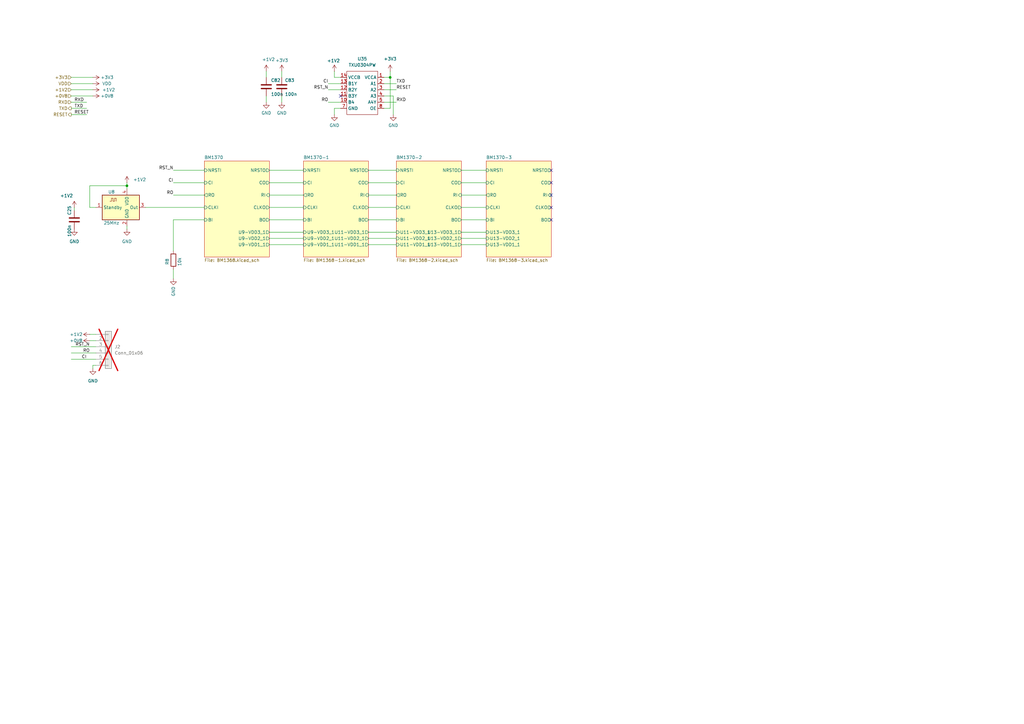
<source format=kicad_sch>
(kicad_sch (version 20231120) (generator "eeschema") (generator_version "8.0")
  (paper "A3")
  (title_block (title "BM1366 PiAxe") (date "2023-10-10") (rev "202"))
  (lib_symbols
    (symbol "+3V3_1" (power) (pin_numbers hide) (pin_names (offset 0) hide)
      (property "Value" "+3V3" (at 0 3.556 0))
      (symbol "+3V3_1_0_1"
        (polyline (pts (xy -0.762 1.27) (xy 0 2.54)))
        (polyline (pts (xy 0 0) (xy 0 2.54)))
        (polyline (pts (xy 0 2.54) (xy 0.762 1.27)))
      )
      (symbol "+3V3_1_1_1"
        (pin power_in line (at 0 0 90) (length 0) (name "~") (number "1"))
      )
    )
    (symbol "Connector_Generic:Conn_01x06" (pin_names (offset 1.016) hide)
      (property "Reference" "J" (at 0 7.62 0))
      (property "Value" "Conn_01x06" (at 0 -10.16 0))
      (symbol "Conn_01x06_1_1"
        (rectangle (start -1.27 -7.493) (end 0 -7.747) (stroke (width 0.1524)))
        (rectangle (start -1.27 -4.953) (end 0 -5.207) (stroke (width 0.1524)))
        (rectangle (start -1.27 -2.413) (end 0 -2.667) (stroke (width 0.1524)))
        (rectangle (start -1.27 0.127) (end 0 -0.127) (stroke (width 0.1524)))
        (rectangle (start -1.27 2.667) (end 0 2.413) (stroke (width 0.1524)))
        (rectangle (start -1.27 5.207) (end 0 4.953) (stroke (width 0.1524)))
        (rectangle (start -1.27 6.35) (end 1.27 -8.89) (stroke (width 0.254)) (fill (type background)))
        (pin passive line (at -5.08 5.08 0) (length 3.81) (name "Pin_1") (number "1"))
        (pin passive line (at -5.08 2.54 0) (length 3.81) (name "Pin_2") (number "2"))
        (pin passive line (at -5.08 0 0) (length 3.81) (name "Pin_3") (number "3"))
        (pin passive line (at -5.08 -2.54 0) (length 3.81) (name "Pin_4") (number "4"))
        (pin passive line (at -5.08 -5.08 0) (length 3.81) (name "Pin_5") (number "5"))
        (pin passive line (at -5.08 -7.62 0) (length 3.81) (name "Pin_6") (number "6"))
      )
    )
    (symbol "Device:C" (pin_numbers hide) (pin_names (offset 0.254))
      (property "Reference" "C" (at 0.635 2.54 0))
      (property "Value" "C" (at 0.635 -2.54 0))
      (symbol "C_0_1"
        (polyline (pts (xy -2.032 -0.762) (xy 2.032 -0.762)) (stroke (width 0.508)))
        (polyline (pts (xy -2.032 0.762) (xy 2.032 0.762)) (stroke (width 0.508)))
      )
      (symbol "C_1_1"
        (pin passive line (at 0 3.81 270) (length 2.794) (name "~") (number "1"))
        (pin passive line (at 0 -3.81 90) (length 2.794) (name "~") (number "2"))
      )
    )
    (symbol "Device:R" (pin_numbers hide) (pin_names (offset 0))
      (property "Reference" "R" (at 2.032 0 90))
      (property "Value" "R" (at 0 0 90))
      (symbol "R_0_1"
        (rectangle (start -1.016 -2.54) (end 1.016 2.54) (stroke (width 0.254)))
      )
      (symbol "R_1_1"
        (pin passive line (at 0 3.81 270) (length 1.27) (name "~") (number "1"))
        (pin passive line (at 0 -3.81 90) (length 1.27) (name "~") (number "2"))
      )
    )
    (symbol "GND_2" (power) (pin_names (offset 0))
      (property "Value" "GND_2" (at 0 -3.81 0))
      (symbol "GND_2_0_1"
        (polyline (pts (xy 0 0) (xy 0 -1.27) (xy 1.27 -1.27) (xy 0 -2.54) (xy -1.27 -1.27) (xy 0 -1.27)))
      )
      (symbol "GND_2_1_1"
        (pin power_in line (at 0 0 270) (length 0) hide (name "GND") (number "1"))
      )
    )
    (symbol "GND_3" (power) (pin_names (offset 0))
      (property "Value" "GND_3" (at 0 -3.81 0))
      (symbol "GND_3_0_1"
        (polyline (pts (xy 0 0) (xy 0 -1.27) (xy 1.27 -1.27) (xy 0 -2.54) (xy -1.27 -1.27) (xy 0 -1.27)))
      )
      (symbol "GND_3_1_1"
        (pin power_in line (at 0 0 270) (length 0) hide (name "GND") (number "1"))
      )
    )
    (symbol "GND_4" (power) (pin_names (offset 0))
      (property "Value" "GND_4" (at 0 -3.81 0))
      (symbol "GND_4_0_1"
        (polyline (pts (xy 0 0) (xy 0 -1.27) (xy 1.27 -1.27) (xy 0 -2.54) (xy -1.27 -1.27) (xy 0 -1.27)))
      )
      (symbol "GND_4_1_1"
        (pin power_in line (at 0 0 270) (length 0) hide (name "GND") (number "1"))
      )
    )
    (symbol "GND_5" (power) (pin_names (offset 0))
      (property "Value" "GND_5" (at 0 -3.81 0))
      (symbol "GND_5_0_1"
        (polyline (pts (xy 0 0) (xy 0 -1.27) (xy 1.27 -1.27) (xy 0 -2.54) (xy -1.27 -1.27) (xy 0 -1.27)))
      )
      (symbol "GND_5_1_1"
        (pin power_in line (at 0 0 270) (length 0) hide (name "GND") (number "1"))
      )
    )
    (symbol "GND_8" (power) (pin_names (offset 0))
      (property "Value" "GND_8" (at 0 -3.81 0))
      (symbol "GND_8_0_1"
        (polyline (pts (xy 0 0) (xy 0 -1.27) (xy 1.27 -1.27) (xy 0 -2.54) (xy -1.27 -1.27) (xy 0 -1.27)))
      )
      (symbol "GND_8_1_1"
        (pin power_in line (at 0 0 270) (length 0) hide (name "GND") (number "1"))
      )
    )
    (symbol "Oscillator:ASDMB-xxxMHz"
      (property "Reference" "U" (at -6.35 6.35 0))
      (property "Value" "ASDMB-xxxMHz" (at 11.43 6.35 0))
      (symbol "ASDMB-xxxMHz_1_1"
        (rectangle (start -7.62 5.08) (end 7.62 -5.08) (stroke (width 0.254)) (fill (type background)))
        (polyline (pts (xy -4.445 2.54) (xy -3.81 2.54) (xy -3.81 3.81) (xy -3.175 3.81) (xy -3.175 2.54) (xy -2.54 2.54) (xy -2.54 3.81) (xy -1.905 3.81) (xy -1.905 2.54)))
        (pin input line (at -10.16 0 0) (length 2.54) (name "Standby") (number "1"))
        (pin power_in line (at 2.54 -7.62 90) (length 2.54) (name "GND") (number "2"))
        (pin output line (at 10.16 0 180) (length 2.54) (name "Out") (number "3"))
        (pin power_in line (at 2.54 7.62 270) (length 2.54) (name "VDD") (number "4"))
      )
    )
    (symbol "mylib7:+0V8" (power) (exclude_from_sim yes) (in_bom no) (on_board no)
      (property "Value" "+0V8" (at 0 3.175 90))
      (symbol "+0V8_0_1"
        (polyline (pts (xy -0.762 1.27) (xy 0 2.54)))
        (polyline (pts (xy 0 0) (xy 0 2.54)))
        (polyline (pts (xy 0 2.54) (xy 0.762 1.27)))
      )
      (symbol "+0V8_1_1"
        (pin power_in line (at 0 0 90) (length 0) hide (name "+0V8") (number "1"))
      )
    )
    (symbol "mylib7:TXU0304"
      (property "Reference" "U" (at -1.27 8.382 0))
      (property "Value" "TXU0304PW" (at -10.16 2.54 0))
      (symbol "TXU0304_0_1"
        (rectangle (start -7.62 7.62) (end 5.08 -10.16))
      )
      (symbol "TXU0304_1_1"
        (pin power_in line (at -10.16 5.08 0) (length 2.54) (name "VCCA") (number "1"))
        (pin input line (at 7.62 -5.08 180) (length 2.54) (name "B4") (number "10"))
        (pin output line (at 7.62 -2.54 180) (length 2.54) (name "B3Y") (number "11"))
        (pin output line (at 7.62 0 180) (length 2.54) (name "B2Y") (number "12"))
        (pin output line (at 7.62 2.54 180) (length 2.54) (name "B1Y") (number "13"))
        (pin power_in line (at 7.62 5.08 180) (length 2.54) (name "VCCB") (number "14"))
        (pin input line (at -10.16 2.54 0) (length 2.54) (name "A1") (number "2"))
        (pin input line (at -10.16 0 0) (length 2.54) (name "A2") (number "3"))
        (pin input line (at -10.16 -2.54 0) (length 2.54) (name "A3") (number "4"))
        (pin output line (at -10.16 -5.08 0) (length 2.54) (name "A4Y") (number "5"))
        (pin passive line (at 7.62 -7.62 180) (length 2.54) (name "GND") (number "7"))
        (pin input line (at -10.16 -7.62 0) (length 2.54) (name "OE") (number "8"))
      )
    )
    (symbol "power:+1V2" (power) (pin_numbers hide) (pin_names (offset 0) hide)
      (property "Value" "+1V2" (at 0 3.556 0))
      (symbol "+1V2_0_1"
        (polyline (pts (xy -0.762 1.27) (xy 0 2.54)))
        (polyline (pts (xy 0 0) (xy 0 2.54)))
        (polyline (pts (xy 0 2.54) (xy 0.762 1.27)))
      )
      (symbol "+1V2_1_1"
        (pin power_in line (at 0 0 90) (length 0) (name "~") (number "1"))
      )
    )
    (symbol "power:+3V3" (power) (pin_names (offset 0))
      (property "Value" "+3V3" (at 0 3.556 0))
      (symbol "+3V3_0_1"
        (polyline (pts (xy -0.762 1.27) (xy 0 2.54)))
        (polyline (pts (xy 0 0) (xy 0 2.54)))
        (polyline (pts (xy 0 2.54) (xy 0.762 1.27)))
      )
      (symbol "+3V3_1_1"
        (pin power_in line (at 0 0 90) (length 0) hide (name "+3V3") (number "1"))
      )
    )
    (symbol "power:GND" (power) (pin_names (offset 0))
      (property "Value" "GND" (at 0 -3.81 0))
      (symbol "GND_0_1"
        (polyline (pts (xy 0 0) (xy 0 -1.27) (xy 1.27 -1.27) (xy 0 -2.54) (xy -1.27 -1.27) (xy 0 -1.27)))
      )
      (symbol "GND_1_1"
        (pin power_in line (at 0 0 270) (length 0) hide (name "GND") (number "1"))
      )
    )
    (symbol "power:VDD" (power) (pin_numbers hide) (pin_names (offset 0) hide)
      (property "Value" "VDD" (at 0 3.556 0))
      (symbol "VDD_0_1"
        (polyline (pts (xy -0.762 1.27) (xy 0 2.54)))
        (polyline (pts (xy 0 0) (xy 0 2.54)))
        (polyline (pts (xy 0 2.54) (xy 0.762 1.27)))
      )
      (symbol "VDD_1_1"
        (pin power_in line (at 0 0 90) (length 0) (name "~") (number "1"))
      )
    )
  )
  (junction (at 160.02 31.75))
  (junction (at 52.07 76.2))
  (no_connect (at 226.06 74.93))
  (no_connect (at 139.7 39.37))
  (no_connect (at 226.06 85.09))
  (no_connect (at 226.06 80.01))
  (no_connect (at 226.06 69.85))
  (no_connect (at 226.06 90.17))
  (wire (pts (xy 52.07 76.2) (xy 52.07 77.47)))
  (wire (pts (xy 151.13 90.17) (xy 162.56 90.17)))
  (wire (pts (xy 29.21 34.29) (xy 38.1 34.29)))
  (wire (pts (xy 151.13 74.93) (xy 162.56 74.93)))
  (wire (pts (xy 134.62 34.29) (xy 139.7 34.29)))
  (wire (pts (xy 151.13 100.33) (xy 162.56 100.33)))
  (wire (pts (xy 52.07 74.93) (xy 52.07 76.2)))
  (wire (pts (xy 137.16 29.21) (xy 137.16 31.75)))
  (wire (pts (xy 30.48 85.09) (xy 30.48 86.36)))
  (wire (pts (xy 189.23 90.17) (xy 199.39 90.17)))
  (wire (pts (xy 189.23 85.09) (xy 199.39 85.09)))
  (wire (pts (xy 36.83 139.7) (xy 39.37 139.7)))
  (wire (pts (xy 151.13 80.01) (xy 162.56 80.01)))
  (wire (pts (xy 36.83 76.2) (xy 36.83 85.09)))
  (wire (pts (xy 161.29 39.37) (xy 157.48 39.37)))
  (wire (pts (xy 110.49 97.79) (xy 124.46 97.79)))
  (wire (pts (xy 29.21 31.75) (xy 38.1 31.75)))
  (wire (pts (xy 52.07 76.2) (xy 36.83 76.2)))
  (wire (pts (xy 71.12 90.17) (xy 83.82 90.17)))
  (wire (pts (xy 189.23 69.85) (xy 199.39 69.85)))
  (wire (pts (xy 189.23 74.93) (xy 199.39 74.93)))
  (wire (pts (xy 110.49 85.09) (xy 124.46 85.09)))
  (wire (pts (xy 151.13 97.79) (xy 162.56 97.79)))
  (wire (pts (xy 59.69 85.09) (xy 83.82 85.09)))
  (wire (pts (xy 157.48 34.29) (xy 162.56 34.29)))
  (wire (pts (xy 189.23 97.79) (xy 199.39 97.79)))
  (wire (pts (xy 137.16 31.75) (xy 139.7 31.75)))
  (wire (pts (xy 36.83 85.09) (xy 39.37 85.09)))
  (wire (pts (xy 115.57 39.37) (xy 115.57 41.91)))
  (wire (pts (xy 38.1 149.86) (xy 39.37 149.86)))
  (wire (pts (xy 71.12 102.87) (xy 71.12 90.17)))
  (wire (pts (xy 160.02 29.21) (xy 160.02 31.75)))
  (wire (pts (xy 71.12 114.3) (xy 71.12 110.49)))
  (wire (pts (xy 71.12 74.93) (xy 83.82 74.93)))
  (wire (pts (xy 71.12 69.85) (xy 83.82 69.85)))
  (wire (pts (xy 189.23 80.01) (xy 199.39 80.01)))
  (wire (pts (xy 189.23 95.25) (xy 199.39 95.25)))
  (wire (pts (xy 110.49 100.33) (xy 124.46 100.33)))
  (wire (pts (xy 160.02 31.75) (xy 157.48 31.75)))
  (wire (pts (xy 134.62 41.91) (xy 139.7 41.91)))
  (wire (pts (xy 157.48 44.45) (xy 160.02 44.45)))
  (wire (pts (xy 189.23 100.33) (xy 199.39 100.33)))
  (wire (pts (xy 115.57 29.21) (xy 115.57 31.75)))
  (wire (pts (xy 38.1 151.13) (xy 38.1 149.86)))
  (wire (pts (xy 161.29 46.99) (xy 161.29 39.37)))
  (wire (pts (xy 110.49 90.17) (xy 124.46 90.17)))
  (wire (pts (xy 109.22 29.21) (xy 109.22 31.75)))
  (wire (pts (xy 71.12 80.01) (xy 83.82 80.01)))
  (wire (pts (xy 139.7 44.45) (xy 137.16 44.45)))
  (wire (pts (xy 29.21 147.32) (xy 39.37 147.32)))
  (wire (pts (xy 29.21 39.37) (xy 38.1 39.37)))
  (wire (pts (xy 157.48 36.83) (xy 162.56 36.83)))
  (wire (pts (xy 137.16 44.45) (xy 137.16 46.99)))
  (wire (pts (xy 29.21 142.24) (xy 39.37 142.24)))
  (wire (pts (xy 157.48 41.91) (xy 162.56 41.91)))
  (wire (pts (xy 110.49 95.25) (xy 124.46 95.25)))
  (wire (pts (xy 52.07 92.71) (xy 52.07 93.98)))
  (wire (pts (xy 134.62 36.83) (xy 139.7 36.83)))
  (wire (pts (xy 110.49 80.01) (xy 124.46 80.01)))
  (wire (pts (xy 151.13 95.25) (xy 162.56 95.25)))
  (wire (pts (xy 36.83 137.16) (xy 39.37 137.16)))
  (wire (pts (xy 29.21 41.91) (xy 35.56 41.91)))
  (wire (pts (xy 110.49 74.93) (xy 124.46 74.93)))
  (wire (pts (xy 110.49 69.85) (xy 124.46 69.85)))
  (wire (pts (xy 29.21 44.45) (xy 35.56 44.45)))
  (wire (pts (xy 109.22 39.37) (xy 109.22 41.91)))
  (wire (pts (xy 151.13 69.85) (xy 162.56 69.85)))
  (wire (pts (xy 29.21 144.78) (xy 39.37 144.78)))
  (wire (pts (xy 151.13 85.09) (xy 162.56 85.09)))
  (wire (pts (xy 160.02 44.45) (xy 160.02 31.75)))
  (wire (pts (xy 29.21 46.99) (xy 35.56 46.99)))
  (wire (pts (xy 29.21 36.83) (xy 38.1 36.83)))
  (label "RST_N" (at 71.12 69.85 180))
  (label "RO" (at 134.62 41.91 180))
  (label "RESET" (at 162.56 36.83 0))
  (label "RST_N" (at 36.83 142.24 180))
  (label "RO" (at 71.12 80.01 180))
  (label "CI" (at 35.56 147.32 180))
  (label "TXD" (at 30.48 44.45 0))
  (label "RXD" (at 30.48 41.91 0))
  (label "TXD" (at 162.56 34.29 0))
  (label "RST_N" (at 134.62 36.83 180))
  (label "RXD" (at 162.56 41.91 0))
  (label "RESET" (at 30.48 46.99 0))
  (label "RO" (at 36.83 144.78 180))
  (label "CI" (at 71.12 74.93 180))
  (label "CI" (at 134.62 34.29 180))
  (hierarchical_label "+3V3" (shape input) (at 29.21 31.75 180))
  (hierarchical_label "+0V8" (shape input) (at 29.21 39.37 180))
  (hierarchical_label "+1V2" (shape input) (at 29.21 36.83 180))
  (hierarchical_label "TXD" (shape output) (at 29.21 44.45 180))
  (hierarchical_label "RESET" (shape output) (at 29.21 46.99 180))
  (hierarchical_label "VDD" (shape input) (at 29.21 34.29 180))
  (hierarchical_label "RXD" (shape input) (at 29.21 41.91 180))
  (symbol (lib_id "power:GND") (at 109.22 41.91 0) (mirror y) (unit 1)
    (property "Reference" "#PWR0150" (effects (hide yes)))
    (property "Value" "GND" (at 109.22 46.355 0))
  )
  (symbol (lib_id "power:VDD") (at 38.1 34.29 270) (unit 1)
    (property "Reference" "#PWR050" (effects (hide yes)))
    (property "Value" "VDD" (at 41.91 34.2899 90) (effects (justify left)))
    (property "Description" "Power symbol creates a global label with name \"VDD\"" (effects (hide yes)))
  )
  (symbol (lib_id "power:+1V2") (at 52.07 74.93 0) (unit 1)
    (property "Reference" "#PWR060" (effects (hide yes)))
    (property "Value" "+1V2" (at 54.61 73.6599 0) (effects (justify left)))
    (property "Description" "Power symbol creates a global label with name \"+1V2\"" (effects (hide yes)))
  )
  (symbol (lib_id "power:+1V2") (at 109.22 29.21 0) (unit 1)
    (property "Reference" "#PWR0149" (effects (hide yes)))
    (property "Value" "+1V2" (at 107.442 24.384 0) (effects (justify left)))
    (property "Description" "Power symbol creates a global label with name \"+1V2\"" (effects (hide yes)))
  )
  (symbol (lib_id "power:+1V2") (at 36.83 137.16 90) (unit 1)
    (property "Reference" "#PWR0190" (effects (hide yes)))
    (property "Value" "+1V2" (at 31.242 137.16 90))
    (property "Description" "Power symbol creates a global label with name \"+1V2\"" (effects (hide yes)))
  )
  (symbol (lib_id "mylib7:TXU0304") (at 147.32 36.83 0) (mirror y) (unit 1)
    (property "Reference" "U35" (at 148.59 24.13 0))
    (property "Value" "TXU0304PW" (at 148.59 26.67 0))
    (property "Footprint" "Package_SO:TSSOP-14-1EP_4.4x5mm_P0.65mm" (effects (hide yes)))
    (property "Distributor" "D" (effects (hide yes)))
    (property "Manufacturer" "TXU0304PWR" (effects (hide yes)))
    (property "OrderNr" "296-TXU0304PWRCT-ND" (effects (hide yes)))
  )
  (symbol (lib_id "power:+1V2") (at 38.1 36.83 270) (unit 1)
    (property "Reference" "#PWR051" (effects (hide yes)))
    (property "Value" "+1V2" (at 41.91 36.8299 90) (effects (justify left)))
    (property "Description" "Power symbol creates a global label with name \"+1V2\"" (effects (hide yes)))
  )
  (symbol (lib_id "power:+1V2") (at 137.16 29.21 0) (unit 1)
    (property "Reference" "#PWR0163" (effects (hide yes)))
    (property "Value" "+1V2" (at 134.112 24.892 0) (effects (justify left)))
    (property "Description" "Power symbol creates a global label with name \"+1V2\"" (effects (hide yes)))
  )
  (symbol (lib_id "power:+3V3") (at 115.57 29.21 0) (unit 1)
    (property "Reference" "#PWR0151" (effects (hide yes)))
    (property "Value" "+3V3" (at 115.57 24.765 0))
  )
  (symbol (lib_id "Device:C") (at 115.57 35.56 0) (unit 1)
    (property "Reference" "C83" (at 116.84 33.655 0) (effects (justify left bottom)))
    (property "Value" "100n" (at 116.84 39.37 0) (effects (justify left bottom)))
    (property "Footprint" "Capacitor_SMD:C_0805_2012Metric" (effects (hide yes)))
  )
  (symbol (lib_id "Device:C") (at 30.48 90.17 0) (unit 1)
    (property "Reference" "C25" (at 29.21 88.265 90) (effects (justify left bottom)))
    (property "Value" "100n" (at 29.21 97.155 90) (effects (justify left bottom)))
    (property "Footprint" "Capacitor_SMD:C_0805_2012Metric" (effects (hide yes)))
  )
  (symbol (lib_id "power:+1V2") (at 30.48 85.09 0) (unit 1)
    (property "Reference" "#PWR054" (effects (hide yes)))
    (property "Value" "+1V2" (at 24.638 80.264 0) (effects (justify left)))
    (property "Description" "Power symbol creates a global label with name \"+1V2\"" (effects (hide yes)))
  )
  (symbol (lib_id "power:+3V3") (at 38.1 31.75 270) (unit 1)
    (property "Reference" "#PWR0192" (effects (hide yes)))
    (property "Value" "+3V3" (at 41.275 31.75 90) (effects (justify left)))
  )
  (symbol (lib_id "power:GND") (at 115.57 41.91 0) (mirror y) (unit 1)
    (property "Reference" "#PWR0152" (effects (hide yes)))
    (property "Value" "GND" (at 115.57 46.355 0))
  )
  (symbol (lib_name "GND_5") (lib_id "power:GND") (at 137.16 46.99 0) (unit 1)
    (property "Reference" "#PWR0164" (effects (hide yes)))
    (property "Value" "GND" (at 137.16 51.435 0))
  )
  (symbol (lib_name "GND_2") (lib_id "power:GND") (at 30.48 93.98 0) (unit 1)
    (property "Reference" "#PWR055" (effects (hide yes)))
    (property "Value" "GND" (at 30.48 99.06 0))
  )
  (symbol (lib_id "mylib7:+0V8") (at 36.83 139.7 90) (unit 1)
    (property "Reference" "#U031" (effects (hide yes)))
    (property "Value" "+0V8" (at 28.575 139.7 90) (effects (justify right)))
    (property "Distributor" "-" (effects (hide yes)))
  )
  (symbol (lib_name "GND_4") (lib_id "power:GND") (at 71.12 114.3 0) (unit 1)
    (property "Reference" "#PWR075" (effects (hide yes)))
    (property "Value" "GND" (at 71.12 117.475 90) (effects (justify right)))
  )
  (symbol (lib_name "GND_3") (lib_id "power:GND") (at 52.07 93.98 0) (unit 1)
    (property "Reference" "#PWR061" (effects (hide yes)))
    (property "Value" "GND" (at 52.07 99.06 0))
  )
  (symbol (lib_name "GND_8") (lib_id "power:GND") (at 38.1 151.13 0) (unit 1)
    (property "Reference" "#PWR0191" (effects (hide yes)))
    (property "Value" "GND" (at 38.1 156.21 0))
  )
  (symbol (lib_name "GND_5") (lib_id "power:GND") (at 161.29 46.99 0) (unit 1)
    (property "Reference" "#PWR03001" (effects (hide yes)))
    (property "Value" "GND" (at 161.29 51.435 0))
  )
  (symbol (lib_id "Oscillator:ASDMB-xxxMHz") (at 49.53 85.09 0) (unit 1)
    (property "Reference" "U8" (at 45.72 78.74 0))
    (property "Value" "25MHz" (at 45.72 91.44 0))
    (property "Footprint" "Oscillator:Oscillator_SMD_EuroQuartz_XO32-4Pin_3.2x2.5mm" (effects (hide yes)))
    (property "Datasheet" "https://portal.iqdfrequencyproducts.com/products/pn/LFSPXO076024Reel.pdf" (effects (hide yes)))
    (property "OrderNr" "1923-1664-1-ND" (effects (hide yes)))
    (property "Distributor" "D" (effects (hide yes)))
  )
  (symbol (lib_id "mylib7:+0V8") (at 38.1 39.37 270) (unit 1)
    (property "Reference" "#U034" (effects (hide yes)))
    (property "Value" "+0V8" (at 41.275 39.37 90) (effects (justify left)))
    (property "Distributor" "-" (effects (hide yes)))
  )
  (symbol (lib_id "Device:R") (at 71.12 106.68 180) (unit 1)
    (property "Reference" "R8" (at 68.58 107.315 90))
    (property "Value" "10k" (at 73.66 107.315 90))
    (property "Footprint" "Resistor_SMD:R_0805_2012Metric" (effects (hide yes)))
  )
  (symbol (lib_id "Device:C") (at 109.22 35.56 0) (unit 1)
    (property "Reference" "C82" (at 111.125 33.655 0) (effects (justify left bottom)))
    (property "Value" "100n" (at 111.125 39.37 0) (effects (justify left bottom)))
    (property "Footprint" "Capacitor_SMD:C_0805_2012Metric" (effects (hide yes)))
  )
  (symbol (lib_name "+3V3_1") (lib_id "power:+3V3") (at 160.02 29.21 0) (unit 1)
    (property "Reference" "#PWR0162" (effects (hide yes)))
    (property "Value" "+3V3" (at 160.02 24.13 0))
    (property "Description" "Power symbol creates a global label with name \"+3V3\"" (effects (hide yes)))
  )
  (symbol (lib_id "Connector_Generic:Conn_01x06") (at 44.45 142.24 0) (unit 1) (in_bom no) (dnp yes)
    (property "Reference" "J2" (at 46.99 142.24 0) (effects (justify left)))
    (property "Value" "Conn_01x06" (at 46.99 144.78 0) (effects (justify left)))
    (property "Footprint" "Connector_PinHeader_1.27mm:PinHeader_1x06_P1.27mm_Vertical" (effects (hide yes)))
    (property "Distributor" "-" (effects (hide yes)))
  )
  (sheet (at 83.82 66.04) (size 26.67 39.37) (stroke (width 0.1524) (color 194 0 0 1)) (fill (color 255 255 194 1.0000))
    (property "Sheetname" "BM1370" (at 83.82 65.3284 0) (effects (justify left bottom)))
    (property "Sheetfile" "BM1368.kicad_sch" (at 83.82 105.9946 0) (effects (justify left top)))
    (pin "NRSTO" output (at 110.49 69.85 0))
    (pin "CO" output (at 110.49 74.93 0))
    (pin "RI" input (at 110.49 80.01 0))
    (pin "CLKO" output (at 110.49 85.09 0))
    (pin "BO" output (at 110.49 90.17 0))
    (pin "NRSTI" input (at 83.82 69.85 180))
    (pin "CI" input (at 83.82 74.93 180))
    (pin "RO" output (at 83.82 80.01 180))
    (pin "CLKI" input (at 83.82 85.09 180))
    (pin "BI" input (at 83.82 90.17 180))
    (pin "U9-VDD3_1" output (at 110.49 95.25 0))
    (pin "U9-VDD2_1" output (at 110.49 97.79 0))
    (pin "U9-VDD1_1" output (at 110.49 100.33 0))
  )
  (sheet (at 124.46 66.04) (size 26.67 39.37) (stroke (width 0.1524) (color 194 0 0 1)) (fill (color 255 255 194 1.0000))
    (property "Sheetname" "BM1370-1" (at 124.46 65.3284 0) (effects (justify left bottom)))
    (property "Sheetfile" "BM1368-1.kicad_sch" (at 124.46 105.9946 0) (effects (justify left top)))
    (pin "NRSTO" output (at 151.13 69.85 0))
    (pin "CO" output (at 151.13 74.93 0))
    (pin "RI" input (at 151.13 80.01 0))
    (pin "CLKO" output (at 151.13 85.09 0))
    (pin "BO" output (at 151.13 90.17 0))
    (pin "NRSTI" input (at 124.46 69.85 180))
    (pin "CI" input (at 124.46 74.93 180))
    (pin "RO" output (at 124.46 80.01 180))
    (pin "CLKI" input (at 124.46 85.09 180))
    (pin "BI" input (at 124.46 90.17 180))
    (pin "U9-VDD1_1" input (at 124.46 100.33 180))
    (pin "U9-VDD2_1" input (at 124.46 97.79 180))
    (pin "U9-VDD3_1" input (at 124.46 95.25 180))
    (pin "U11-VDD3_1" output (at 151.13 95.25 0))
    (pin "U11-VDD2_1" output (at 151.13 97.79 0))
    (pin "U11-VDD1_1" output (at 151.13 100.33 0))
  )
  (sheet (at 199.39 66.04) (size 26.67 39.37) (stroke (width 0.1524) (color 194 0 0 1)) (fill (color 255 255 194 1.0000))
    (property "Sheetname" "BM1370-3" (at 199.39 65.3284 0) (effects (justify left bottom)))
    (property "Sheetfile" "BM1368-3.kicad_sch" (at 199.39 105.9946 0) (effects (justify left top)))
    (pin "NRSTO" output (at 226.06 69.85 0))
    (pin "CO" output (at 226.06 74.93 0))
    (pin "RI" input (at 226.06 80.01 0))
    (pin "CLKO" output (at 226.06 85.09 0))
    (pin "BO" output (at 226.06 90.17 0))
    (pin "NRSTI" input (at 199.39 69.85 180))
    (pin "CI" input (at 199.39 74.93 180))
    (pin "RO" output (at 199.39 80.01 180))
    (pin "CLKI" input (at 199.39 85.09 180))
    (pin "BI" input (at 199.39 90.17 180))
    (pin "U13-VDD3_1" input (at 199.39 95.25 180))
    (pin "U13-VDD2_1" input (at 199.39 97.79 180))
    (pin "U13-VDD1_1" input (at 199.39 100.33 180))
  )
  (sheet (at 162.56 66.04) (size 26.67 39.37) (stroke (width 0.1524) (color 194 0 0 1)) (fill (color 255 255 194 1.0000))
    (property "Sheetname" "BM1370-2" (at 162.56 65.3284 0) (effects (justify left bottom)))
    (property "Sheetfile" "BM1368-2.kicad_sch" (at 162.56 105.9946 0) (effects (justify left top)))
    (pin "NRSTO" output (at 189.23 69.85 0))
    (pin "CO" output (at 189.23 74.93 0))
    (pin "RI" input (at 189.23 80.01 0))
    (pin "CLKO" output (at 189.23 85.09 0))
    (pin "BO" output (at 189.23 90.17 0))
    (pin "NRSTI" input (at 162.56 69.85 180))
    (pin "CI" input (at 162.56 74.93 180))
    (pin "RO" output (at 162.56 80.01 180))
    (pin "CLKI" input (at 162.56 85.09 180))
    (pin "BI" input (at 162.56 90.17 180))
    (pin "U13-VDD3_1" output (at 189.23 95.25 0))
    (pin "U13-VDD2_1" output (at 189.23 97.79 0))
    (pin "U13-VDD1_1" output (at 189.23 100.33 0))
    (pin "U11-VDD1_1" input (at 162.56 100.33 180))
    (pin "U11-VDD2_1" input (at 162.56 97.79 180))
    (pin "U11-VDD3_1" input (at 162.56 95.25 180))
  )
)
</source>
